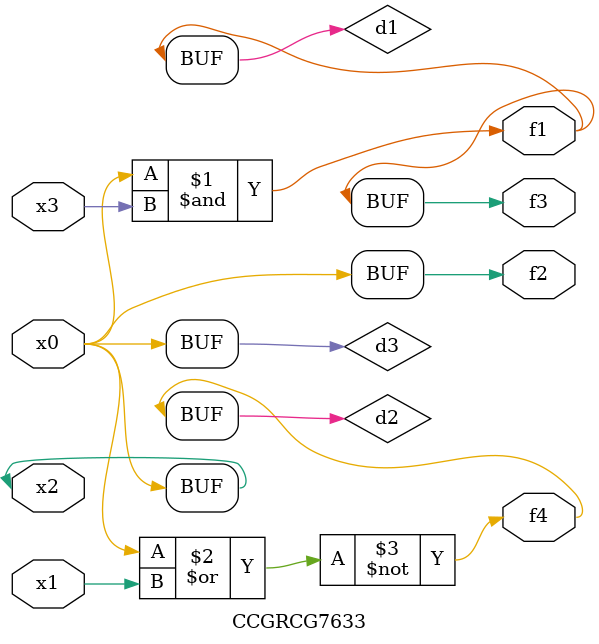
<source format=v>
module CCGRCG7633(
	input x0, x1, x2, x3,
	output f1, f2, f3, f4
);

	wire d1, d2, d3;

	and (d1, x2, x3);
	nor (d2, x0, x1);
	buf (d3, x0, x2);
	assign f1 = d1;
	assign f2 = d3;
	assign f3 = d1;
	assign f4 = d2;
endmodule

</source>
